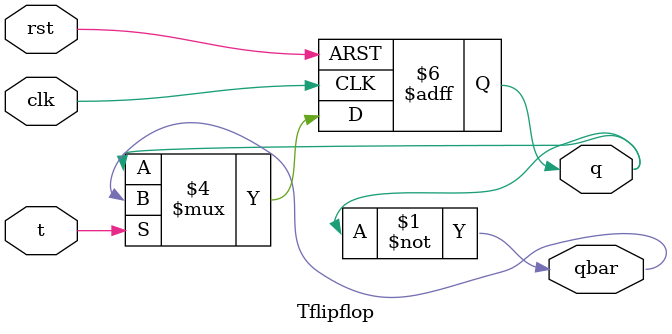
<source format=v>
module Tflipflop(t, clk, rst, q, qbar);
  input t, clk, rst;
  output q, qbar;
  reg q;
  wire qbar;
  assign qbar = ~q;
  always @(posedge clk or posedge rst)
    begin
      if(rst)
        q <= 1'b0;
      else if(t)
        q <= qbar;
      else
        q <= q;
    end
endmodule
</source>
